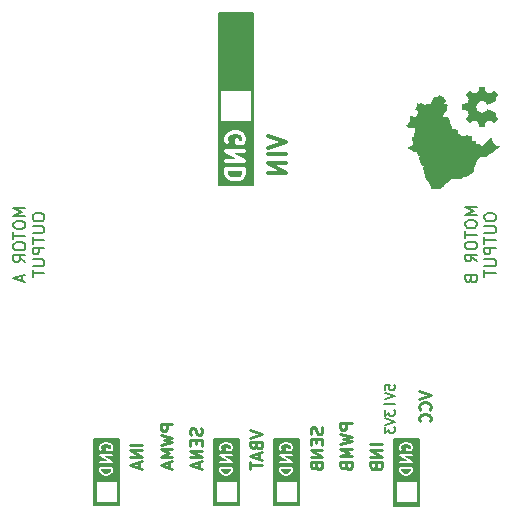
<source format=gbr>
%TF.GenerationSoftware,KiCad,Pcbnew,7.0.1*%
%TF.CreationDate,2023-08-21T19:33:12-03:00*%
%TF.ProjectId,L298P_Breakout,4c323938-505f-4427-9265-616b6f75742e,rev?*%
%TF.SameCoordinates,Original*%
%TF.FileFunction,Legend,Bot*%
%TF.FilePolarity,Positive*%
%FSLAX46Y46*%
G04 Gerber Fmt 4.6, Leading zero omitted, Abs format (unit mm)*
G04 Created by KiCad (PCBNEW 7.0.1) date 2023-08-21 19:33:12*
%MOMM*%
%LPD*%
G01*
G04 APERTURE LIST*
G04 Aperture macros list*
%AMFreePoly0*
4,1,19,0.550000,-0.750000,0.000000,-0.750000,0.000000,-0.744911,-0.071157,-0.744911,-0.207708,-0.704816,-0.327430,-0.627875,-0.420627,-0.520320,-0.479746,-0.390866,-0.500000,-0.250000,-0.500000,0.250000,-0.479746,0.390866,-0.420627,0.520320,-0.327430,0.627875,-0.207708,0.704816,-0.071157,0.744911,0.000000,0.744911,0.000000,0.750000,0.550000,0.750000,0.550000,-0.750000,0.550000,-0.750000,
$1*%
%AMFreePoly1*
4,1,19,0.000000,0.744911,0.071157,0.744911,0.207708,0.704816,0.327430,0.627875,0.420627,0.520320,0.479746,0.390866,0.500000,0.250000,0.500000,-0.250000,0.479746,-0.390866,0.420627,-0.520320,0.327430,-0.627875,0.207708,-0.704816,0.071157,-0.744911,0.000000,-0.744911,0.000000,-0.750000,-0.550000,-0.750000,-0.550000,0.750000,0.000000,0.750000,0.000000,0.744911,0.000000,0.744911,
$1*%
G04 Aperture macros list end*
%ADD10C,0.150000*%
%ADD11C,0.200000*%
%ADD12C,0.250000*%
%ADD13C,0.350000*%
%ADD14C,2.700000*%
%ADD15C,2.500000*%
%ADD16R,2.500000X2.500000*%
%ADD17R,1.700000X1.700000*%
%ADD18O,1.700000X1.700000*%
%ADD19FreePoly0,90.000000*%
%ADD20R,1.500000X1.000000*%
%ADD21FreePoly1,90.000000*%
G04 APERTURE END LIST*
D10*
X136225000Y-115200000D02*
X138325000Y-115200000D01*
X138325000Y-120850000D01*
X136225000Y-120850000D01*
X136225000Y-115200000D01*
G36*
X136225000Y-115200000D02*
G01*
X138325000Y-115200000D01*
X138325000Y-120850000D01*
X136225000Y-120850000D01*
X136225000Y-115200000D01*
G37*
X161700000Y-112300000D02*
X160800000Y-112300000D01*
X146800000Y-79125000D02*
X149700000Y-79125000D01*
X149700000Y-93750000D01*
X146800000Y-93750000D01*
X146800000Y-79125000D01*
G36*
X146800000Y-79125000D02*
G01*
X149700000Y-79125000D01*
X149700000Y-93750000D01*
X146800000Y-93750000D01*
X146800000Y-79125000D01*
G37*
X146425000Y-115200000D02*
X148525000Y-115200000D01*
X148525000Y-120850000D01*
X146425000Y-120850000D01*
X146425000Y-115200000D01*
G36*
X146425000Y-115200000D02*
G01*
X148525000Y-115200000D01*
X148525000Y-120850000D01*
X146425000Y-120850000D01*
X146425000Y-115200000D01*
G37*
X161650000Y-115249600D02*
X163750000Y-115249600D01*
X163750000Y-120875000D01*
X161650000Y-120875000D01*
X161650000Y-115249600D01*
G36*
X161650000Y-115249600D02*
G01*
X163750000Y-115249600D01*
X163750000Y-120875000D01*
X161650000Y-120875000D01*
X161650000Y-115249600D01*
G37*
X151500000Y-115200000D02*
X153600000Y-115200000D01*
X153600000Y-120850000D01*
X151500000Y-120850000D01*
X151500000Y-115200000D01*
G36*
X151500000Y-115200000D02*
G01*
X153600000Y-115200000D01*
X153600000Y-120850000D01*
X151500000Y-120850000D01*
X151500000Y-115200000D01*
G37*
D11*
X160870095Y-112759523D02*
X160870095Y-113254761D01*
X160870095Y-113254761D02*
X161174857Y-112988095D01*
X161174857Y-112988095D02*
X161174857Y-113102380D01*
X161174857Y-113102380D02*
X161212952Y-113178571D01*
X161212952Y-113178571D02*
X161251047Y-113216666D01*
X161251047Y-113216666D02*
X161327238Y-113254761D01*
X161327238Y-113254761D02*
X161517714Y-113254761D01*
X161517714Y-113254761D02*
X161593904Y-113216666D01*
X161593904Y-113216666D02*
X161632000Y-113178571D01*
X161632000Y-113178571D02*
X161670095Y-113102380D01*
X161670095Y-113102380D02*
X161670095Y-112873809D01*
X161670095Y-112873809D02*
X161632000Y-112797618D01*
X161632000Y-112797618D02*
X161593904Y-112759523D01*
X160870095Y-113483333D02*
X161670095Y-113750000D01*
X161670095Y-113750000D02*
X160870095Y-114016666D01*
X160870095Y-114207142D02*
X160870095Y-114702380D01*
X160870095Y-114702380D02*
X161174857Y-114435714D01*
X161174857Y-114435714D02*
X161174857Y-114549999D01*
X161174857Y-114549999D02*
X161212952Y-114626190D01*
X161212952Y-114626190D02*
X161251047Y-114664285D01*
X161251047Y-114664285D02*
X161327238Y-114702380D01*
X161327238Y-114702380D02*
X161517714Y-114702380D01*
X161517714Y-114702380D02*
X161593904Y-114664285D01*
X161593904Y-114664285D02*
X161632000Y-114626190D01*
X161632000Y-114626190D02*
X161670095Y-114549999D01*
X161670095Y-114549999D02*
X161670095Y-114321428D01*
X161670095Y-114321428D02*
X161632000Y-114245237D01*
X161632000Y-114245237D02*
X161593904Y-114207142D01*
D12*
X160612619Y-115676191D02*
X159612619Y-115676191D01*
X160612619Y-116152381D02*
X159612619Y-116152381D01*
X159612619Y-116152381D02*
X160612619Y-116723809D01*
X160612619Y-116723809D02*
X159612619Y-116723809D01*
X160088809Y-117533333D02*
X160136428Y-117676190D01*
X160136428Y-117676190D02*
X160184047Y-117723809D01*
X160184047Y-117723809D02*
X160279285Y-117771428D01*
X160279285Y-117771428D02*
X160422142Y-117771428D01*
X160422142Y-117771428D02*
X160517380Y-117723809D01*
X160517380Y-117723809D02*
X160565000Y-117676190D01*
X160565000Y-117676190D02*
X160612619Y-117580952D01*
X160612619Y-117580952D02*
X160612619Y-117200000D01*
X160612619Y-117200000D02*
X159612619Y-117200000D01*
X159612619Y-117200000D02*
X159612619Y-117533333D01*
X159612619Y-117533333D02*
X159660238Y-117628571D01*
X159660238Y-117628571D02*
X159707857Y-117676190D01*
X159707857Y-117676190D02*
X159803095Y-117723809D01*
X159803095Y-117723809D02*
X159898333Y-117723809D01*
X159898333Y-117723809D02*
X159993571Y-117676190D01*
X159993571Y-117676190D02*
X160041190Y-117628571D01*
X160041190Y-117628571D02*
X160088809Y-117533333D01*
X160088809Y-117533333D02*
X160088809Y-117200000D01*
D13*
X150943928Y-89607143D02*
X152443928Y-90107143D01*
X152443928Y-90107143D02*
X150943928Y-90607143D01*
X152443928Y-91107142D02*
X150943928Y-91107142D01*
X152443928Y-91821428D02*
X150943928Y-91821428D01*
X150943928Y-91821428D02*
X152443928Y-92678571D01*
X152443928Y-92678571D02*
X150943928Y-92678571D01*
D12*
X163762619Y-111166667D02*
X164762619Y-111500000D01*
X164762619Y-111500000D02*
X163762619Y-111833333D01*
X164667380Y-112738095D02*
X164715000Y-112690476D01*
X164715000Y-112690476D02*
X164762619Y-112547619D01*
X164762619Y-112547619D02*
X164762619Y-112452381D01*
X164762619Y-112452381D02*
X164715000Y-112309524D01*
X164715000Y-112309524D02*
X164619761Y-112214286D01*
X164619761Y-112214286D02*
X164524523Y-112166667D01*
X164524523Y-112166667D02*
X164334047Y-112119048D01*
X164334047Y-112119048D02*
X164191190Y-112119048D01*
X164191190Y-112119048D02*
X164000714Y-112166667D01*
X164000714Y-112166667D02*
X163905476Y-112214286D01*
X163905476Y-112214286D02*
X163810238Y-112309524D01*
X163810238Y-112309524D02*
X163762619Y-112452381D01*
X163762619Y-112452381D02*
X163762619Y-112547619D01*
X163762619Y-112547619D02*
X163810238Y-112690476D01*
X163810238Y-112690476D02*
X163857857Y-112738095D01*
X164667380Y-113738095D02*
X164715000Y-113690476D01*
X164715000Y-113690476D02*
X164762619Y-113547619D01*
X164762619Y-113547619D02*
X164762619Y-113452381D01*
X164762619Y-113452381D02*
X164715000Y-113309524D01*
X164715000Y-113309524D02*
X164619761Y-113214286D01*
X164619761Y-113214286D02*
X164524523Y-113166667D01*
X164524523Y-113166667D02*
X164334047Y-113119048D01*
X164334047Y-113119048D02*
X164191190Y-113119048D01*
X164191190Y-113119048D02*
X164000714Y-113166667D01*
X164000714Y-113166667D02*
X163905476Y-113214286D01*
X163905476Y-113214286D02*
X163810238Y-113309524D01*
X163810238Y-113309524D02*
X163762619Y-113452381D01*
X163762619Y-113452381D02*
X163762619Y-113547619D01*
X163762619Y-113547619D02*
X163810238Y-113690476D01*
X163810238Y-113690476D02*
X163857857Y-113738095D01*
D11*
X136810238Y-116138095D02*
X136762619Y-116042857D01*
X136762619Y-116042857D02*
X136762619Y-115900000D01*
X136762619Y-115900000D02*
X136810238Y-115757143D01*
X136810238Y-115757143D02*
X136905476Y-115661905D01*
X136905476Y-115661905D02*
X137000714Y-115614286D01*
X137000714Y-115614286D02*
X137191190Y-115566667D01*
X137191190Y-115566667D02*
X137334047Y-115566667D01*
X137334047Y-115566667D02*
X137524523Y-115614286D01*
X137524523Y-115614286D02*
X137619761Y-115661905D01*
X137619761Y-115661905D02*
X137715000Y-115757143D01*
X137715000Y-115757143D02*
X137762619Y-115900000D01*
X137762619Y-115900000D02*
X137762619Y-115995238D01*
X137762619Y-115995238D02*
X137715000Y-116138095D01*
X137715000Y-116138095D02*
X137667380Y-116185714D01*
X137667380Y-116185714D02*
X137334047Y-116185714D01*
X137334047Y-116185714D02*
X137334047Y-115995238D01*
X137762619Y-116614286D02*
X136762619Y-116614286D01*
X136762619Y-116614286D02*
X137762619Y-117185714D01*
X137762619Y-117185714D02*
X136762619Y-117185714D01*
X137762619Y-117661905D02*
X136762619Y-117661905D01*
X136762619Y-117661905D02*
X136762619Y-117900000D01*
X136762619Y-117900000D02*
X136810238Y-118042857D01*
X136810238Y-118042857D02*
X136905476Y-118138095D01*
X136905476Y-118138095D02*
X137000714Y-118185714D01*
X137000714Y-118185714D02*
X137191190Y-118233333D01*
X137191190Y-118233333D02*
X137334047Y-118233333D01*
X137334047Y-118233333D02*
X137524523Y-118185714D01*
X137524523Y-118185714D02*
X137619761Y-118138095D01*
X137619761Y-118138095D02*
X137715000Y-118042857D01*
X137715000Y-118042857D02*
X137762619Y-117900000D01*
X137762619Y-117900000D02*
X137762619Y-117661905D01*
D12*
X142862619Y-113966667D02*
X141862619Y-113966667D01*
X141862619Y-113966667D02*
X141862619Y-114347619D01*
X141862619Y-114347619D02*
X141910238Y-114442857D01*
X141910238Y-114442857D02*
X141957857Y-114490476D01*
X141957857Y-114490476D02*
X142053095Y-114538095D01*
X142053095Y-114538095D02*
X142195952Y-114538095D01*
X142195952Y-114538095D02*
X142291190Y-114490476D01*
X142291190Y-114490476D02*
X142338809Y-114442857D01*
X142338809Y-114442857D02*
X142386428Y-114347619D01*
X142386428Y-114347619D02*
X142386428Y-113966667D01*
X141862619Y-114871429D02*
X142862619Y-115109524D01*
X142862619Y-115109524D02*
X142148333Y-115300000D01*
X142148333Y-115300000D02*
X142862619Y-115490476D01*
X142862619Y-115490476D02*
X141862619Y-115728572D01*
X142862619Y-116109524D02*
X141862619Y-116109524D01*
X141862619Y-116109524D02*
X142576904Y-116442857D01*
X142576904Y-116442857D02*
X141862619Y-116776190D01*
X141862619Y-116776190D02*
X142862619Y-116776190D01*
X142576904Y-117204762D02*
X142576904Y-117680952D01*
X142862619Y-117109524D02*
X141862619Y-117442857D01*
X141862619Y-117442857D02*
X142862619Y-117776190D01*
X158062619Y-113895238D02*
X157062619Y-113895238D01*
X157062619Y-113895238D02*
X157062619Y-114276190D01*
X157062619Y-114276190D02*
X157110238Y-114371428D01*
X157110238Y-114371428D02*
X157157857Y-114419047D01*
X157157857Y-114419047D02*
X157253095Y-114466666D01*
X157253095Y-114466666D02*
X157395952Y-114466666D01*
X157395952Y-114466666D02*
X157491190Y-114419047D01*
X157491190Y-114419047D02*
X157538809Y-114371428D01*
X157538809Y-114371428D02*
X157586428Y-114276190D01*
X157586428Y-114276190D02*
X157586428Y-113895238D01*
X157062619Y-114800000D02*
X158062619Y-115038095D01*
X158062619Y-115038095D02*
X157348333Y-115228571D01*
X157348333Y-115228571D02*
X158062619Y-115419047D01*
X158062619Y-115419047D02*
X157062619Y-115657143D01*
X158062619Y-116038095D02*
X157062619Y-116038095D01*
X157062619Y-116038095D02*
X157776904Y-116371428D01*
X157776904Y-116371428D02*
X157062619Y-116704761D01*
X157062619Y-116704761D02*
X158062619Y-116704761D01*
X157538809Y-117514285D02*
X157586428Y-117657142D01*
X157586428Y-117657142D02*
X157634047Y-117704761D01*
X157634047Y-117704761D02*
X157729285Y-117752380D01*
X157729285Y-117752380D02*
X157872142Y-117752380D01*
X157872142Y-117752380D02*
X157967380Y-117704761D01*
X157967380Y-117704761D02*
X158015000Y-117657142D01*
X158015000Y-117657142D02*
X158062619Y-117561904D01*
X158062619Y-117561904D02*
X158062619Y-117180952D01*
X158062619Y-117180952D02*
X157062619Y-117180952D01*
X157062619Y-117180952D02*
X157062619Y-117514285D01*
X157062619Y-117514285D02*
X157110238Y-117609523D01*
X157110238Y-117609523D02*
X157157857Y-117657142D01*
X157157857Y-117657142D02*
X157253095Y-117704761D01*
X157253095Y-117704761D02*
X157348333Y-117704761D01*
X157348333Y-117704761D02*
X157443571Y-117657142D01*
X157443571Y-117657142D02*
X157491190Y-117609523D01*
X157491190Y-117609523D02*
X157538809Y-117514285D01*
X157538809Y-117514285D02*
X157538809Y-117180952D01*
D11*
X168652619Y-95607143D02*
X167652619Y-95607143D01*
X167652619Y-95607143D02*
X168366904Y-95940476D01*
X168366904Y-95940476D02*
X167652619Y-96273809D01*
X167652619Y-96273809D02*
X168652619Y-96273809D01*
X167652619Y-96940476D02*
X167652619Y-97130952D01*
X167652619Y-97130952D02*
X167700238Y-97226190D01*
X167700238Y-97226190D02*
X167795476Y-97321428D01*
X167795476Y-97321428D02*
X167985952Y-97369047D01*
X167985952Y-97369047D02*
X168319285Y-97369047D01*
X168319285Y-97369047D02*
X168509761Y-97321428D01*
X168509761Y-97321428D02*
X168605000Y-97226190D01*
X168605000Y-97226190D02*
X168652619Y-97130952D01*
X168652619Y-97130952D02*
X168652619Y-96940476D01*
X168652619Y-96940476D02*
X168605000Y-96845238D01*
X168605000Y-96845238D02*
X168509761Y-96750000D01*
X168509761Y-96750000D02*
X168319285Y-96702381D01*
X168319285Y-96702381D02*
X167985952Y-96702381D01*
X167985952Y-96702381D02*
X167795476Y-96750000D01*
X167795476Y-96750000D02*
X167700238Y-96845238D01*
X167700238Y-96845238D02*
X167652619Y-96940476D01*
X167652619Y-97654762D02*
X167652619Y-98226190D01*
X168652619Y-97940476D02*
X167652619Y-97940476D01*
X167652619Y-98750000D02*
X167652619Y-98940476D01*
X167652619Y-98940476D02*
X167700238Y-99035714D01*
X167700238Y-99035714D02*
X167795476Y-99130952D01*
X167795476Y-99130952D02*
X167985952Y-99178571D01*
X167985952Y-99178571D02*
X168319285Y-99178571D01*
X168319285Y-99178571D02*
X168509761Y-99130952D01*
X168509761Y-99130952D02*
X168605000Y-99035714D01*
X168605000Y-99035714D02*
X168652619Y-98940476D01*
X168652619Y-98940476D02*
X168652619Y-98750000D01*
X168652619Y-98750000D02*
X168605000Y-98654762D01*
X168605000Y-98654762D02*
X168509761Y-98559524D01*
X168509761Y-98559524D02*
X168319285Y-98511905D01*
X168319285Y-98511905D02*
X167985952Y-98511905D01*
X167985952Y-98511905D02*
X167795476Y-98559524D01*
X167795476Y-98559524D02*
X167700238Y-98654762D01*
X167700238Y-98654762D02*
X167652619Y-98750000D01*
X168652619Y-100178571D02*
X168176428Y-99845238D01*
X168652619Y-99607143D02*
X167652619Y-99607143D01*
X167652619Y-99607143D02*
X167652619Y-99988095D01*
X167652619Y-99988095D02*
X167700238Y-100083333D01*
X167700238Y-100083333D02*
X167747857Y-100130952D01*
X167747857Y-100130952D02*
X167843095Y-100178571D01*
X167843095Y-100178571D02*
X167985952Y-100178571D01*
X167985952Y-100178571D02*
X168081190Y-100130952D01*
X168081190Y-100130952D02*
X168128809Y-100083333D01*
X168128809Y-100083333D02*
X168176428Y-99988095D01*
X168176428Y-99988095D02*
X168176428Y-99607143D01*
X168128809Y-101702381D02*
X168176428Y-101845238D01*
X168176428Y-101845238D02*
X168224047Y-101892857D01*
X168224047Y-101892857D02*
X168319285Y-101940476D01*
X168319285Y-101940476D02*
X168462142Y-101940476D01*
X168462142Y-101940476D02*
X168557380Y-101892857D01*
X168557380Y-101892857D02*
X168605000Y-101845238D01*
X168605000Y-101845238D02*
X168652619Y-101750000D01*
X168652619Y-101750000D02*
X168652619Y-101369048D01*
X168652619Y-101369048D02*
X167652619Y-101369048D01*
X167652619Y-101369048D02*
X167652619Y-101702381D01*
X167652619Y-101702381D02*
X167700238Y-101797619D01*
X167700238Y-101797619D02*
X167747857Y-101845238D01*
X167747857Y-101845238D02*
X167843095Y-101892857D01*
X167843095Y-101892857D02*
X167938333Y-101892857D01*
X167938333Y-101892857D02*
X168033571Y-101845238D01*
X168033571Y-101845238D02*
X168081190Y-101797619D01*
X168081190Y-101797619D02*
X168128809Y-101702381D01*
X168128809Y-101702381D02*
X168128809Y-101369048D01*
X169272619Y-96345238D02*
X169272619Y-96535714D01*
X169272619Y-96535714D02*
X169320238Y-96630952D01*
X169320238Y-96630952D02*
X169415476Y-96726190D01*
X169415476Y-96726190D02*
X169605952Y-96773809D01*
X169605952Y-96773809D02*
X169939285Y-96773809D01*
X169939285Y-96773809D02*
X170129761Y-96726190D01*
X170129761Y-96726190D02*
X170225000Y-96630952D01*
X170225000Y-96630952D02*
X170272619Y-96535714D01*
X170272619Y-96535714D02*
X170272619Y-96345238D01*
X170272619Y-96345238D02*
X170225000Y-96250000D01*
X170225000Y-96250000D02*
X170129761Y-96154762D01*
X170129761Y-96154762D02*
X169939285Y-96107143D01*
X169939285Y-96107143D02*
X169605952Y-96107143D01*
X169605952Y-96107143D02*
X169415476Y-96154762D01*
X169415476Y-96154762D02*
X169320238Y-96250000D01*
X169320238Y-96250000D02*
X169272619Y-96345238D01*
X169272619Y-97202381D02*
X170082142Y-97202381D01*
X170082142Y-97202381D02*
X170177380Y-97250000D01*
X170177380Y-97250000D02*
X170225000Y-97297619D01*
X170225000Y-97297619D02*
X170272619Y-97392857D01*
X170272619Y-97392857D02*
X170272619Y-97583333D01*
X170272619Y-97583333D02*
X170225000Y-97678571D01*
X170225000Y-97678571D02*
X170177380Y-97726190D01*
X170177380Y-97726190D02*
X170082142Y-97773809D01*
X170082142Y-97773809D02*
X169272619Y-97773809D01*
X169272619Y-98107143D02*
X169272619Y-98678571D01*
X170272619Y-98392857D02*
X169272619Y-98392857D01*
X170272619Y-99011905D02*
X169272619Y-99011905D01*
X169272619Y-99011905D02*
X169272619Y-99392857D01*
X169272619Y-99392857D02*
X169320238Y-99488095D01*
X169320238Y-99488095D02*
X169367857Y-99535714D01*
X169367857Y-99535714D02*
X169463095Y-99583333D01*
X169463095Y-99583333D02*
X169605952Y-99583333D01*
X169605952Y-99583333D02*
X169701190Y-99535714D01*
X169701190Y-99535714D02*
X169748809Y-99488095D01*
X169748809Y-99488095D02*
X169796428Y-99392857D01*
X169796428Y-99392857D02*
X169796428Y-99011905D01*
X169272619Y-100011905D02*
X170082142Y-100011905D01*
X170082142Y-100011905D02*
X170177380Y-100059524D01*
X170177380Y-100059524D02*
X170225000Y-100107143D01*
X170225000Y-100107143D02*
X170272619Y-100202381D01*
X170272619Y-100202381D02*
X170272619Y-100392857D01*
X170272619Y-100392857D02*
X170225000Y-100488095D01*
X170225000Y-100488095D02*
X170177380Y-100535714D01*
X170177380Y-100535714D02*
X170082142Y-100583333D01*
X170082142Y-100583333D02*
X169272619Y-100583333D01*
X169272619Y-100916667D02*
X169272619Y-101488095D01*
X170272619Y-101202381D02*
X169272619Y-101202381D01*
D12*
X140312619Y-115697619D02*
X139312619Y-115697619D01*
X140312619Y-116173809D02*
X139312619Y-116173809D01*
X139312619Y-116173809D02*
X140312619Y-116745237D01*
X140312619Y-116745237D02*
X139312619Y-116745237D01*
X140026904Y-117173809D02*
X140026904Y-117649999D01*
X140312619Y-117078571D02*
X139312619Y-117411904D01*
X139312619Y-117411904D02*
X140312619Y-117745237D01*
D11*
X130402619Y-95678571D02*
X129402619Y-95678571D01*
X129402619Y-95678571D02*
X130116904Y-96011904D01*
X130116904Y-96011904D02*
X129402619Y-96345237D01*
X129402619Y-96345237D02*
X130402619Y-96345237D01*
X129402619Y-97011904D02*
X129402619Y-97202380D01*
X129402619Y-97202380D02*
X129450238Y-97297618D01*
X129450238Y-97297618D02*
X129545476Y-97392856D01*
X129545476Y-97392856D02*
X129735952Y-97440475D01*
X129735952Y-97440475D02*
X130069285Y-97440475D01*
X130069285Y-97440475D02*
X130259761Y-97392856D01*
X130259761Y-97392856D02*
X130355000Y-97297618D01*
X130355000Y-97297618D02*
X130402619Y-97202380D01*
X130402619Y-97202380D02*
X130402619Y-97011904D01*
X130402619Y-97011904D02*
X130355000Y-96916666D01*
X130355000Y-96916666D02*
X130259761Y-96821428D01*
X130259761Y-96821428D02*
X130069285Y-96773809D01*
X130069285Y-96773809D02*
X129735952Y-96773809D01*
X129735952Y-96773809D02*
X129545476Y-96821428D01*
X129545476Y-96821428D02*
X129450238Y-96916666D01*
X129450238Y-96916666D02*
X129402619Y-97011904D01*
X129402619Y-97726190D02*
X129402619Y-98297618D01*
X130402619Y-98011904D02*
X129402619Y-98011904D01*
X129402619Y-98821428D02*
X129402619Y-99011904D01*
X129402619Y-99011904D02*
X129450238Y-99107142D01*
X129450238Y-99107142D02*
X129545476Y-99202380D01*
X129545476Y-99202380D02*
X129735952Y-99249999D01*
X129735952Y-99249999D02*
X130069285Y-99249999D01*
X130069285Y-99249999D02*
X130259761Y-99202380D01*
X130259761Y-99202380D02*
X130355000Y-99107142D01*
X130355000Y-99107142D02*
X130402619Y-99011904D01*
X130402619Y-99011904D02*
X130402619Y-98821428D01*
X130402619Y-98821428D02*
X130355000Y-98726190D01*
X130355000Y-98726190D02*
X130259761Y-98630952D01*
X130259761Y-98630952D02*
X130069285Y-98583333D01*
X130069285Y-98583333D02*
X129735952Y-98583333D01*
X129735952Y-98583333D02*
X129545476Y-98630952D01*
X129545476Y-98630952D02*
X129450238Y-98726190D01*
X129450238Y-98726190D02*
X129402619Y-98821428D01*
X130402619Y-100249999D02*
X129926428Y-99916666D01*
X130402619Y-99678571D02*
X129402619Y-99678571D01*
X129402619Y-99678571D02*
X129402619Y-100059523D01*
X129402619Y-100059523D02*
X129450238Y-100154761D01*
X129450238Y-100154761D02*
X129497857Y-100202380D01*
X129497857Y-100202380D02*
X129593095Y-100249999D01*
X129593095Y-100249999D02*
X129735952Y-100249999D01*
X129735952Y-100249999D02*
X129831190Y-100202380D01*
X129831190Y-100202380D02*
X129878809Y-100154761D01*
X129878809Y-100154761D02*
X129926428Y-100059523D01*
X129926428Y-100059523D02*
X129926428Y-99678571D01*
X130116904Y-101392857D02*
X130116904Y-101869047D01*
X130402619Y-101297619D02*
X129402619Y-101630952D01*
X129402619Y-101630952D02*
X130402619Y-101964285D01*
X131022619Y-96345238D02*
X131022619Y-96535714D01*
X131022619Y-96535714D02*
X131070238Y-96630952D01*
X131070238Y-96630952D02*
X131165476Y-96726190D01*
X131165476Y-96726190D02*
X131355952Y-96773809D01*
X131355952Y-96773809D02*
X131689285Y-96773809D01*
X131689285Y-96773809D02*
X131879761Y-96726190D01*
X131879761Y-96726190D02*
X131975000Y-96630952D01*
X131975000Y-96630952D02*
X132022619Y-96535714D01*
X132022619Y-96535714D02*
X132022619Y-96345238D01*
X132022619Y-96345238D02*
X131975000Y-96250000D01*
X131975000Y-96250000D02*
X131879761Y-96154762D01*
X131879761Y-96154762D02*
X131689285Y-96107143D01*
X131689285Y-96107143D02*
X131355952Y-96107143D01*
X131355952Y-96107143D02*
X131165476Y-96154762D01*
X131165476Y-96154762D02*
X131070238Y-96250000D01*
X131070238Y-96250000D02*
X131022619Y-96345238D01*
X131022619Y-97202381D02*
X131832142Y-97202381D01*
X131832142Y-97202381D02*
X131927380Y-97250000D01*
X131927380Y-97250000D02*
X131975000Y-97297619D01*
X131975000Y-97297619D02*
X132022619Y-97392857D01*
X132022619Y-97392857D02*
X132022619Y-97583333D01*
X132022619Y-97583333D02*
X131975000Y-97678571D01*
X131975000Y-97678571D02*
X131927380Y-97726190D01*
X131927380Y-97726190D02*
X131832142Y-97773809D01*
X131832142Y-97773809D02*
X131022619Y-97773809D01*
X131022619Y-98107143D02*
X131022619Y-98678571D01*
X132022619Y-98392857D02*
X131022619Y-98392857D01*
X132022619Y-99011905D02*
X131022619Y-99011905D01*
X131022619Y-99011905D02*
X131022619Y-99392857D01*
X131022619Y-99392857D02*
X131070238Y-99488095D01*
X131070238Y-99488095D02*
X131117857Y-99535714D01*
X131117857Y-99535714D02*
X131213095Y-99583333D01*
X131213095Y-99583333D02*
X131355952Y-99583333D01*
X131355952Y-99583333D02*
X131451190Y-99535714D01*
X131451190Y-99535714D02*
X131498809Y-99488095D01*
X131498809Y-99488095D02*
X131546428Y-99392857D01*
X131546428Y-99392857D02*
X131546428Y-99011905D01*
X131022619Y-100011905D02*
X131832142Y-100011905D01*
X131832142Y-100011905D02*
X131927380Y-100059524D01*
X131927380Y-100059524D02*
X131975000Y-100107143D01*
X131975000Y-100107143D02*
X132022619Y-100202381D01*
X132022619Y-100202381D02*
X132022619Y-100392857D01*
X132022619Y-100392857D02*
X131975000Y-100488095D01*
X131975000Y-100488095D02*
X131927380Y-100535714D01*
X131927380Y-100535714D02*
X131832142Y-100583333D01*
X131832142Y-100583333D02*
X131022619Y-100583333D01*
X131022619Y-100916667D02*
X131022619Y-101488095D01*
X132022619Y-101202381D02*
X131022619Y-101202381D01*
D12*
X149462619Y-114457143D02*
X150462619Y-114790476D01*
X150462619Y-114790476D02*
X149462619Y-115123809D01*
X149938809Y-115790476D02*
X149986428Y-115933333D01*
X149986428Y-115933333D02*
X150034047Y-115980952D01*
X150034047Y-115980952D02*
X150129285Y-116028571D01*
X150129285Y-116028571D02*
X150272142Y-116028571D01*
X150272142Y-116028571D02*
X150367380Y-115980952D01*
X150367380Y-115980952D02*
X150415000Y-115933333D01*
X150415000Y-115933333D02*
X150462619Y-115838095D01*
X150462619Y-115838095D02*
X150462619Y-115457143D01*
X150462619Y-115457143D02*
X149462619Y-115457143D01*
X149462619Y-115457143D02*
X149462619Y-115790476D01*
X149462619Y-115790476D02*
X149510238Y-115885714D01*
X149510238Y-115885714D02*
X149557857Y-115933333D01*
X149557857Y-115933333D02*
X149653095Y-115980952D01*
X149653095Y-115980952D02*
X149748333Y-115980952D01*
X149748333Y-115980952D02*
X149843571Y-115933333D01*
X149843571Y-115933333D02*
X149891190Y-115885714D01*
X149891190Y-115885714D02*
X149938809Y-115790476D01*
X149938809Y-115790476D02*
X149938809Y-115457143D01*
X150176904Y-116409524D02*
X150176904Y-116885714D01*
X150462619Y-116314286D02*
X149462619Y-116647619D01*
X149462619Y-116647619D02*
X150462619Y-116980952D01*
X149462619Y-117171429D02*
X149462619Y-117742857D01*
X150462619Y-117457143D02*
X149462619Y-117457143D01*
X145315000Y-114309524D02*
X145362619Y-114452381D01*
X145362619Y-114452381D02*
X145362619Y-114690476D01*
X145362619Y-114690476D02*
X145315000Y-114785714D01*
X145315000Y-114785714D02*
X145267380Y-114833333D01*
X145267380Y-114833333D02*
X145172142Y-114880952D01*
X145172142Y-114880952D02*
X145076904Y-114880952D01*
X145076904Y-114880952D02*
X144981666Y-114833333D01*
X144981666Y-114833333D02*
X144934047Y-114785714D01*
X144934047Y-114785714D02*
X144886428Y-114690476D01*
X144886428Y-114690476D02*
X144838809Y-114500000D01*
X144838809Y-114500000D02*
X144791190Y-114404762D01*
X144791190Y-114404762D02*
X144743571Y-114357143D01*
X144743571Y-114357143D02*
X144648333Y-114309524D01*
X144648333Y-114309524D02*
X144553095Y-114309524D01*
X144553095Y-114309524D02*
X144457857Y-114357143D01*
X144457857Y-114357143D02*
X144410238Y-114404762D01*
X144410238Y-114404762D02*
X144362619Y-114500000D01*
X144362619Y-114500000D02*
X144362619Y-114738095D01*
X144362619Y-114738095D02*
X144410238Y-114880952D01*
X144838809Y-115309524D02*
X144838809Y-115642857D01*
X145362619Y-115785714D02*
X145362619Y-115309524D01*
X145362619Y-115309524D02*
X144362619Y-115309524D01*
X144362619Y-115309524D02*
X144362619Y-115785714D01*
X145362619Y-116214286D02*
X144362619Y-116214286D01*
X144362619Y-116214286D02*
X145362619Y-116785714D01*
X145362619Y-116785714D02*
X144362619Y-116785714D01*
X145076904Y-117214286D02*
X145076904Y-117690476D01*
X145362619Y-117119048D02*
X144362619Y-117452381D01*
X144362619Y-117452381D02*
X145362619Y-117785714D01*
X155515000Y-114238095D02*
X155562619Y-114380952D01*
X155562619Y-114380952D02*
X155562619Y-114619047D01*
X155562619Y-114619047D02*
X155515000Y-114714285D01*
X155515000Y-114714285D02*
X155467380Y-114761904D01*
X155467380Y-114761904D02*
X155372142Y-114809523D01*
X155372142Y-114809523D02*
X155276904Y-114809523D01*
X155276904Y-114809523D02*
X155181666Y-114761904D01*
X155181666Y-114761904D02*
X155134047Y-114714285D01*
X155134047Y-114714285D02*
X155086428Y-114619047D01*
X155086428Y-114619047D02*
X155038809Y-114428571D01*
X155038809Y-114428571D02*
X154991190Y-114333333D01*
X154991190Y-114333333D02*
X154943571Y-114285714D01*
X154943571Y-114285714D02*
X154848333Y-114238095D01*
X154848333Y-114238095D02*
X154753095Y-114238095D01*
X154753095Y-114238095D02*
X154657857Y-114285714D01*
X154657857Y-114285714D02*
X154610238Y-114333333D01*
X154610238Y-114333333D02*
X154562619Y-114428571D01*
X154562619Y-114428571D02*
X154562619Y-114666666D01*
X154562619Y-114666666D02*
X154610238Y-114809523D01*
X155038809Y-115238095D02*
X155038809Y-115571428D01*
X155562619Y-115714285D02*
X155562619Y-115238095D01*
X155562619Y-115238095D02*
X154562619Y-115238095D01*
X154562619Y-115238095D02*
X154562619Y-115714285D01*
X155562619Y-116142857D02*
X154562619Y-116142857D01*
X154562619Y-116142857D02*
X155562619Y-116714285D01*
X155562619Y-116714285D02*
X154562619Y-116714285D01*
X155038809Y-117523809D02*
X155086428Y-117666666D01*
X155086428Y-117666666D02*
X155134047Y-117714285D01*
X155134047Y-117714285D02*
X155229285Y-117761904D01*
X155229285Y-117761904D02*
X155372142Y-117761904D01*
X155372142Y-117761904D02*
X155467380Y-117714285D01*
X155467380Y-117714285D02*
X155515000Y-117666666D01*
X155515000Y-117666666D02*
X155562619Y-117571428D01*
X155562619Y-117571428D02*
X155562619Y-117190476D01*
X155562619Y-117190476D02*
X154562619Y-117190476D01*
X154562619Y-117190476D02*
X154562619Y-117523809D01*
X154562619Y-117523809D02*
X154610238Y-117619047D01*
X154610238Y-117619047D02*
X154657857Y-117666666D01*
X154657857Y-117666666D02*
X154753095Y-117714285D01*
X154753095Y-117714285D02*
X154848333Y-117714285D01*
X154848333Y-117714285D02*
X154943571Y-117666666D01*
X154943571Y-117666666D02*
X154991190Y-117619047D01*
X154991190Y-117619047D02*
X155038809Y-117523809D01*
X155038809Y-117523809D02*
X155038809Y-117190476D01*
D11*
X160870095Y-111047619D02*
X160870095Y-110666667D01*
X160870095Y-110666667D02*
X161251047Y-110628571D01*
X161251047Y-110628571D02*
X161212952Y-110666667D01*
X161212952Y-110666667D02*
X161174857Y-110742857D01*
X161174857Y-110742857D02*
X161174857Y-110933333D01*
X161174857Y-110933333D02*
X161212952Y-111009524D01*
X161212952Y-111009524D02*
X161251047Y-111047619D01*
X161251047Y-111047619D02*
X161327238Y-111085714D01*
X161327238Y-111085714D02*
X161517714Y-111085714D01*
X161517714Y-111085714D02*
X161593904Y-111047619D01*
X161593904Y-111047619D02*
X161632000Y-111009524D01*
X161632000Y-111009524D02*
X161670095Y-110933333D01*
X161670095Y-110933333D02*
X161670095Y-110742857D01*
X161670095Y-110742857D02*
X161632000Y-110666667D01*
X161632000Y-110666667D02*
X161593904Y-110628571D01*
X160870095Y-111314286D02*
X161670095Y-111580953D01*
X161670095Y-111580953D02*
X160870095Y-111847619D01*
%TO.C,G\u002A\u002A\u002A*%
G36*
X165528000Y-86101296D02*
G01*
X165558498Y-86116486D01*
X165598433Y-86144231D01*
X165641865Y-86179807D01*
X165682857Y-86218488D01*
X165715469Y-86255548D01*
X165719697Y-86261051D01*
X165756814Y-86303785D01*
X165788121Y-86325614D01*
X165818904Y-86328826D01*
X165854445Y-86315708D01*
X165879617Y-86303860D01*
X165894380Y-86302858D01*
X165902262Y-86315064D01*
X165905252Y-86335303D01*
X165901655Y-86368301D01*
X165899292Y-86380808D01*
X165902878Y-86435784D01*
X165924627Y-86489161D01*
X165960530Y-86529925D01*
X165974724Y-86540807D01*
X165991781Y-86559495D01*
X165996391Y-86582611D01*
X165992261Y-86620769D01*
X165975796Y-86684339D01*
X165942426Y-86744315D01*
X165888407Y-86805009D01*
X165872319Y-86821010D01*
X165850390Y-86844856D01*
X165841791Y-86857404D01*
X165846715Y-86859499D01*
X165872408Y-86862642D01*
X165915121Y-86865191D01*
X165969248Y-86866734D01*
X165999776Y-86867588D01*
X166057328Y-86871186D01*
X166104779Y-86876657D01*
X166134106Y-86883198D01*
X166155979Y-86893552D01*
X166166055Y-86909790D01*
X166162309Y-86939935D01*
X166162291Y-86940019D01*
X166158043Y-86969474D01*
X166153278Y-87018256D01*
X166148575Y-87079603D01*
X166144518Y-87146755D01*
X166142338Y-87186628D01*
X166138231Y-87244948D01*
X166133131Y-87285980D01*
X166125848Y-87315505D01*
X166115193Y-87339302D01*
X166099974Y-87363155D01*
X166089276Y-87379674D01*
X166071179Y-87414359D01*
X166064024Y-87439013D01*
X166058443Y-87452293D01*
X166037214Y-87481412D01*
X166003827Y-87519744D01*
X165962228Y-87562500D01*
X165926466Y-87598069D01*
X165890392Y-87637262D01*
X165866320Y-87670126D01*
X165849801Y-87703020D01*
X165836383Y-87742303D01*
X165826143Y-87780687D01*
X165815494Y-87832605D01*
X165810722Y-87873029D01*
X165809109Y-87923418D01*
X165881008Y-87925682D01*
X165881683Y-87925704D01*
X165932069Y-87928421D01*
X165994765Y-87933292D01*
X166056362Y-87939279D01*
X166159816Y-87950611D01*
X166231305Y-88028522D01*
X166273528Y-88077937D01*
X166320150Y-88148016D01*
X166343851Y-88210820D01*
X166345401Y-88267968D01*
X166342554Y-88307855D01*
X166349051Y-88365898D01*
X166365561Y-88418121D01*
X166389734Y-88454633D01*
X166407586Y-88479675D01*
X166416984Y-88514204D01*
X166416984Y-88514217D01*
X166423259Y-88542651D01*
X166439696Y-88584319D01*
X166462738Y-88630204D01*
X166473608Y-88650128D01*
X166495247Y-88697220D01*
X166505745Y-88739168D01*
X166508492Y-88787629D01*
X166510649Y-88833061D01*
X166520772Y-88873898D01*
X166542315Y-88912044D01*
X166542856Y-88912825D01*
X166563354Y-88939423D01*
X166584041Y-88954982D01*
X166613552Y-88963729D01*
X166660522Y-88969887D01*
X166701162Y-88972923D01*
X166755199Y-88973653D01*
X166797061Y-88970584D01*
X166828316Y-88967383D01*
X166854740Y-88973481D01*
X166878794Y-88994159D01*
X166892891Y-89006832D01*
X166930256Y-89025233D01*
X166986224Y-89037125D01*
X167015077Y-89040604D01*
X167036378Y-89044092D01*
X167050610Y-89051252D01*
X167058826Y-89065828D01*
X167062079Y-89091562D01*
X167061420Y-89132200D01*
X167057904Y-89191485D01*
X167052581Y-89273160D01*
X167043401Y-89420227D01*
X167123375Y-89420227D01*
X167158397Y-89420506D01*
X167185279Y-89423518D01*
X167207769Y-89432583D01*
X167231363Y-89451025D01*
X167261558Y-89482165D01*
X167303848Y-89529325D01*
X167341838Y-89558550D01*
X167402942Y-89578188D01*
X167477879Y-89581152D01*
X167563157Y-89567368D01*
X167655285Y-89536760D01*
X167674072Y-89529879D01*
X167706274Y-89526266D01*
X167744456Y-89536319D01*
X167774196Y-89545472D01*
X167796225Y-89544728D01*
X167816040Y-89531080D01*
X167826737Y-89522160D01*
X167842797Y-89515564D01*
X167865349Y-89518424D01*
X167903348Y-89530703D01*
X167915118Y-89534346D01*
X167963898Y-89545086D01*
X168024884Y-89554280D01*
X168087635Y-89560253D01*
X168109818Y-89561731D01*
X168161704Y-89566461D01*
X168194959Y-89572657D01*
X168215230Y-89581716D01*
X168228165Y-89595037D01*
X168231179Y-89600305D01*
X168240635Y-89634629D01*
X168246040Y-89684138D01*
X168247412Y-89740626D01*
X168244772Y-89795886D01*
X168238137Y-89841714D01*
X168227526Y-89869903D01*
X168218779Y-89883250D01*
X168216506Y-89902742D01*
X168229714Y-89930226D01*
X168231934Y-89933888D01*
X168259761Y-89966925D01*
X168298872Y-89990952D01*
X168354186Y-90008187D01*
X168430620Y-90020848D01*
X168448334Y-90023043D01*
X168498472Y-90028961D01*
X168537085Y-90033087D01*
X168556972Y-90034638D01*
X168574835Y-90044342D01*
X168595300Y-90068130D01*
X168597388Y-90071339D01*
X168609405Y-90094525D01*
X168608794Y-90115566D01*
X168595601Y-90147009D01*
X168579123Y-90186957D01*
X168575054Y-90220560D01*
X168589541Y-90242530D01*
X168623811Y-90257686D01*
X168629065Y-90259209D01*
X168663986Y-90265444D01*
X168701064Y-90262756D01*
X168751268Y-90250530D01*
X168786870Y-90241208D01*
X168833928Y-90231095D01*
X168868090Y-90226314D01*
X168878457Y-90225897D01*
X168898310Y-90229097D01*
X168907318Y-90244363D01*
X168911278Y-90278730D01*
X168912055Y-90288057D01*
X168919225Y-90324060D01*
X168936007Y-90347436D01*
X168967885Y-90363068D01*
X169020346Y-90375840D01*
X169044632Y-90379814D01*
X169119947Y-90380094D01*
X169185217Y-90361895D01*
X169235140Y-90326437D01*
X169252281Y-90305181D01*
X169279983Y-90264908D01*
X169307200Y-90220088D01*
X169307813Y-90219007D01*
X169338737Y-90171723D01*
X169379705Y-90118145D01*
X169422021Y-90069665D01*
X169423663Y-90067955D01*
X169454364Y-90038709D01*
X169498215Y-90000221D01*
X169551534Y-89955391D01*
X169610643Y-89907123D01*
X169671860Y-89858318D01*
X169731508Y-89811879D01*
X169785906Y-89770708D01*
X169831374Y-89737707D01*
X169864233Y-89715778D01*
X169880803Y-89707823D01*
X169885798Y-89715451D01*
X169888309Y-89744228D01*
X169886234Y-89789527D01*
X169884954Y-89804584D01*
X169883110Y-89844412D01*
X169887953Y-89871269D01*
X169902801Y-89895336D01*
X169930969Y-89926789D01*
X169942434Y-89938656D01*
X169983127Y-89971677D01*
X170016966Y-89982347D01*
X170024084Y-89982598D01*
X170046104Y-89991198D01*
X170049747Y-90014113D01*
X170035747Y-90054157D01*
X170033347Y-90059589D01*
X170027981Y-90081241D01*
X170036356Y-90100225D01*
X170061892Y-90125934D01*
X170071920Y-90135607D01*
X170094454Y-90162283D01*
X170103448Y-90181257D01*
X170104788Y-90187505D01*
X170117964Y-90212731D01*
X170140659Y-90244088D01*
X170149026Y-90254551D01*
X170175148Y-90290010D01*
X170193083Y-90318356D01*
X170208393Y-90337196D01*
X170240287Y-90365611D01*
X170280134Y-90394842D01*
X170301260Y-90408734D01*
X170333827Y-90427644D01*
X170361578Y-90436435D01*
X170394780Y-90437520D01*
X170443702Y-90433314D01*
X170491625Y-90429819D01*
X170532268Y-90431485D01*
X170554746Y-90440131D01*
X170565350Y-90450962D01*
X170572447Y-90475554D01*
X170558579Y-90505799D01*
X170522718Y-90545067D01*
X170516079Y-90551202D01*
X170462434Y-90591400D01*
X170390365Y-90631337D01*
X170296162Y-90673112D01*
X170279069Y-90683550D01*
X170247733Y-90712682D01*
X170217818Y-90750129D01*
X170176331Y-90807192D01*
X170131463Y-90857994D01*
X170080928Y-90902533D01*
X170019957Y-90944485D01*
X169943779Y-90987525D01*
X169847625Y-91035328D01*
X169836415Y-91040689D01*
X169757154Y-91079633D01*
X169697090Y-91111646D01*
X169651783Y-91139422D01*
X169616796Y-91165653D01*
X169587690Y-91193034D01*
X169558657Y-91224668D01*
X169536666Y-91251367D01*
X169528255Y-91265462D01*
X169526356Y-91272624D01*
X169504355Y-91289685D01*
X169459613Y-91304163D01*
X169394531Y-91315703D01*
X169311509Y-91323945D01*
X169212947Y-91328532D01*
X169101244Y-91329107D01*
X168955293Y-91327180D01*
X168861914Y-91415269D01*
X168819510Y-91456732D01*
X168730681Y-91555170D01*
X168658801Y-91652429D01*
X168605472Y-91745870D01*
X168572299Y-91832853D01*
X168560885Y-91910740D01*
X168559120Y-91943981D01*
X168549554Y-91970949D01*
X168527865Y-91990410D01*
X168494290Y-92016549D01*
X168467317Y-92050223D01*
X168447714Y-92094632D01*
X168433264Y-92154910D01*
X168421751Y-92236189D01*
X168416913Y-92283870D01*
X168412543Y-92345404D01*
X168410993Y-92396555D01*
X168412630Y-92429564D01*
X168416410Y-92461665D01*
X168412917Y-92521883D01*
X168391587Y-92565999D01*
X168351300Y-92597077D01*
X168314060Y-92622609D01*
X168273894Y-92674108D01*
X168253035Y-92711498D01*
X168225669Y-92744498D01*
X168191887Y-92763034D01*
X168143701Y-92773184D01*
X168143172Y-92773257D01*
X168111674Y-92779288D01*
X168080447Y-92789756D01*
X168045309Y-92806980D01*
X168002073Y-92833281D01*
X167946557Y-92870978D01*
X167874575Y-92922391D01*
X167808762Y-92967744D01*
X167726063Y-93016149D01*
X167656934Y-93044805D01*
X167600051Y-93054346D01*
X167553633Y-93057244D01*
X167471496Y-93079482D01*
X167399312Y-93124725D01*
X167381585Y-93138794D01*
X167349026Y-93158253D01*
X167311345Y-93169535D01*
X167258033Y-93176492D01*
X167210101Y-93182756D01*
X167140567Y-93195679D01*
X167077559Y-93211050D01*
X167071243Y-93212858D01*
X167030682Y-93223843D01*
X166994703Y-93231582D01*
X166958194Y-93236351D01*
X166916040Y-93238429D01*
X166863128Y-93238092D01*
X166794346Y-93235618D01*
X166704580Y-93231285D01*
X166680841Y-93230112D01*
X166594760Y-93227005D01*
X166529176Y-93228014D01*
X166479601Y-93234595D01*
X166441546Y-93248202D01*
X166410523Y-93270291D01*
X166382044Y-93302318D01*
X166351621Y-93345737D01*
X166336244Y-93368279D01*
X166309396Y-93403248D01*
X166279770Y-93434366D01*
X166243313Y-93464876D01*
X166195974Y-93498021D01*
X166133702Y-93537043D01*
X166052444Y-93585186D01*
X165995457Y-93621463D01*
X165936933Y-93666265D01*
X165895573Y-93707376D01*
X165877487Y-93728894D01*
X165823850Y-93787097D01*
X165761966Y-93848299D01*
X165696910Y-93907950D01*
X165633758Y-93961497D01*
X165577583Y-94004392D01*
X165533460Y-94032083D01*
X165531434Y-94033098D01*
X165484452Y-94051370D01*
X165421642Y-94069425D01*
X165352675Y-94085054D01*
X165287226Y-94096050D01*
X165234965Y-94100206D01*
X165230598Y-94100084D01*
X165192853Y-94094806D01*
X165141855Y-94083293D01*
X165087348Y-94067692D01*
X165079472Y-94065223D01*
X165023448Y-94049920D01*
X164971242Y-94039012D01*
X164933247Y-94034723D01*
X164906126Y-94032403D01*
X164848156Y-94017266D01*
X164793730Y-93991988D01*
X164754142Y-93961203D01*
X164741309Y-93937491D01*
X164731885Y-93894477D01*
X164726143Y-93829419D01*
X164725258Y-93813835D01*
X164721554Y-93770015D01*
X164714826Y-93733681D01*
X164702692Y-93699047D01*
X164682766Y-93660322D01*
X164652666Y-93611720D01*
X164610008Y-93547453D01*
X164598641Y-93531257D01*
X164561711Y-93483217D01*
X164516840Y-93429127D01*
X164471316Y-93377898D01*
X164414333Y-93311718D01*
X164331396Y-93191839D01*
X164270721Y-93068886D01*
X164233467Y-92945418D01*
X164220792Y-92823997D01*
X164220032Y-92802536D01*
X164213162Y-92746408D01*
X164201463Y-92697713D01*
X164192180Y-92665695D01*
X164179716Y-92610863D01*
X164170013Y-92555189D01*
X164162266Y-92513010D01*
X164148817Y-92462366D01*
X164134331Y-92425381D01*
X164116601Y-92376261D01*
X164109898Y-92303755D01*
X164120174Y-92227050D01*
X164147036Y-92154529D01*
X164183163Y-92084765D01*
X164152956Y-92095702D01*
X164130639Y-92102551D01*
X164065137Y-92107930D01*
X164007606Y-92090932D01*
X163961986Y-92053324D01*
X163932218Y-91996869D01*
X163928220Y-91985166D01*
X163912459Y-91944495D01*
X163890555Y-91892096D01*
X163865968Y-91836350D01*
X163851305Y-91802356D01*
X163820007Y-91718591D01*
X163792330Y-91629925D01*
X163770190Y-91543482D01*
X163755501Y-91466381D01*
X163750180Y-91405745D01*
X163750471Y-91384187D01*
X163754993Y-91353094D01*
X163769388Y-91332254D01*
X163799202Y-91310941D01*
X163808315Y-91304921D01*
X163841181Y-91280187D01*
X163870391Y-91254308D01*
X163891736Y-91231628D01*
X163901002Y-91216488D01*
X163893978Y-91213230D01*
X163878832Y-91217588D01*
X163843859Y-91228567D01*
X163800616Y-91242730D01*
X163756305Y-91255414D01*
X163715175Y-91259295D01*
X163691983Y-91248088D01*
X163684507Y-91221383D01*
X163680493Y-91195663D01*
X163665221Y-91147718D01*
X163641413Y-91090345D01*
X163612129Y-91030756D01*
X163580429Y-90976162D01*
X163558160Y-90945044D01*
X163519988Y-90909624D01*
X163483977Y-90899992D01*
X163450369Y-90916259D01*
X163444928Y-90920649D01*
X163412832Y-90932952D01*
X163363211Y-90934149D01*
X163348084Y-90933039D01*
X163319113Y-90928206D01*
X163296627Y-90916555D01*
X163273394Y-90893272D01*
X163242183Y-90853539D01*
X163209986Y-90813485D01*
X163171733Y-90775219D01*
X163129106Y-90745685D01*
X163075035Y-90720180D01*
X163002448Y-90693996D01*
X162978712Y-90685780D01*
X162897629Y-90651830D01*
X162838740Y-90616493D01*
X162804012Y-90580893D01*
X162800166Y-90565599D01*
X162812119Y-90536541D01*
X162843020Y-90503913D01*
X162889169Y-90470273D01*
X162946865Y-90438175D01*
X163012407Y-90410177D01*
X163082094Y-90388834D01*
X163128054Y-90376453D01*
X163158350Y-90363270D01*
X163178743Y-90344725D01*
X163197300Y-90315698D01*
X163202128Y-90306828D01*
X163222809Y-90252779D01*
X163224363Y-90208403D01*
X163206535Y-90177495D01*
X163196495Y-90165063D01*
X163191476Y-90140858D01*
X163195347Y-90102540D01*
X163208173Y-90044895D01*
X163209090Y-90040608D01*
X163206812Y-89997069D01*
X163186912Y-89936613D01*
X163178284Y-89915139D01*
X163166126Y-89876556D01*
X163164106Y-89845516D01*
X163170824Y-89811078D01*
X163177906Y-89763764D01*
X163174428Y-89711881D01*
X163168005Y-89673050D01*
X163172681Y-89644586D01*
X163193645Y-89633176D01*
X163233677Y-89635220D01*
X163288644Y-89643463D01*
X163297197Y-89512952D01*
X163297688Y-89505671D01*
X163305131Y-89430179D01*
X163315845Y-89376119D01*
X163330650Y-89339239D01*
X163333494Y-89334144D01*
X163351839Y-89297427D01*
X163374627Y-89247563D01*
X163397593Y-89193814D01*
X163421669Y-89125397D01*
X163433280Y-89057448D01*
X163426303Y-89000830D01*
X163400790Y-88951757D01*
X163386498Y-88933633D01*
X163371353Y-88919215D01*
X163350032Y-88905509D01*
X163316627Y-88888742D01*
X163265233Y-88865139D01*
X163245453Y-88856503D01*
X163191807Y-88838629D01*
X163142625Y-88834127D01*
X163088934Y-88843002D01*
X163021758Y-88865259D01*
X162974562Y-88880753D01*
X162931424Y-88890393D01*
X162903815Y-88891157D01*
X162894357Y-88887063D01*
X162867419Y-88864734D01*
X162841480Y-88831714D01*
X162841116Y-88831138D01*
X162817230Y-88798417D01*
X162794589Y-88783325D01*
X162763971Y-88779671D01*
X162731289Y-88775373D01*
X162692606Y-88751554D01*
X162670482Y-88707601D01*
X162667978Y-88695945D01*
X162669402Y-88669465D01*
X162687713Y-88651124D01*
X162727433Y-88635174D01*
X162773175Y-88616354D01*
X162809489Y-88586898D01*
X162828210Y-88546671D01*
X162832136Y-88535020D01*
X162850720Y-88499108D01*
X162876600Y-88461610D01*
X162888168Y-88445367D01*
X162915171Y-88395551D01*
X162934117Y-88344588D01*
X162940391Y-88323286D01*
X162961298Y-88266018D01*
X162984947Y-88213706D01*
X162996482Y-88191076D01*
X163009878Y-88159821D01*
X163015455Y-88131625D01*
X163013230Y-88099479D01*
X163003218Y-88056379D01*
X162985435Y-87995317D01*
X162972060Y-87946943D01*
X162958236Y-87881419D01*
X162953142Y-87830637D01*
X162957012Y-87797812D01*
X162970083Y-87786156D01*
X162981284Y-87789460D01*
X163006660Y-87808760D01*
X163031851Y-87838048D01*
X163048839Y-87868900D01*
X163052370Y-87876804D01*
X163067467Y-87887073D01*
X163097746Y-87883938D01*
X163129824Y-87880145D01*
X163183406Y-87882761D01*
X163234555Y-87893465D01*
X163271611Y-87910477D01*
X163281605Y-87921047D01*
X163301251Y-87953534D01*
X163318632Y-87994864D01*
X163340928Y-88060726D01*
X163451728Y-87952854D01*
X163455247Y-87949422D01*
X163508230Y-87895621D01*
X163544941Y-87852780D01*
X163569301Y-87815810D01*
X163585233Y-87779620D01*
X163599025Y-87740653D01*
X163619874Y-87683103D01*
X163640642Y-87626921D01*
X163673345Y-87539586D01*
X163639863Y-87476691D01*
X163627065Y-87451412D01*
X163612181Y-87417576D01*
X163606382Y-87397600D01*
X163596485Y-87384308D01*
X163570432Y-87373556D01*
X163556640Y-87370367D01*
X163486737Y-87346216D01*
X163441633Y-87314062D01*
X163431990Y-87302519D01*
X163427629Y-87288367D01*
X163437267Y-87271058D01*
X163463215Y-87242993D01*
X163477014Y-87228472D01*
X163495448Y-87204996D01*
X163498779Y-87187729D01*
X163489865Y-87168707D01*
X163480955Y-87148556D01*
X163483679Y-87136177D01*
X163501826Y-87128128D01*
X163517376Y-87113461D01*
X163527103Y-87088593D01*
X163532895Y-87048210D01*
X163536637Y-86986997D01*
X163537858Y-86962218D01*
X163541405Y-86903699D01*
X163545291Y-86853849D01*
X163548872Y-86821396D01*
X163553534Y-86797352D01*
X163562826Y-86784391D01*
X163583710Y-86780604D01*
X163623438Y-86782178D01*
X163691353Y-86786104D01*
X163686999Y-86843488D01*
X163686273Y-86856722D01*
X163690560Y-86896397D01*
X163707541Y-86914735D01*
X163738648Y-86913679D01*
X163738997Y-86913585D01*
X163759526Y-86896053D01*
X163771675Y-86855688D01*
X163772857Y-86849165D01*
X163785544Y-86807722D01*
X163802909Y-86775780D01*
X163804834Y-86773413D01*
X163818643Y-86759155D01*
X163834294Y-86753764D01*
X163859593Y-86756529D01*
X163902347Y-86766742D01*
X163905620Y-86767577D01*
X163951697Y-86782050D01*
X163979285Y-86798543D01*
X163995530Y-86821235D01*
X164003337Y-86833930D01*
X164034371Y-86860241D01*
X164087119Y-86884833D01*
X164097246Y-86888656D01*
X164122700Y-86897471D01*
X164147015Y-86903482D01*
X164174730Y-86906874D01*
X164210382Y-86907831D01*
X164258510Y-86906536D01*
X164323651Y-86903173D01*
X164410344Y-86897926D01*
X164487334Y-86892901D01*
X164565238Y-86887288D01*
X164633157Y-86881858D01*
X164685719Y-86877043D01*
X164717550Y-86873274D01*
X164776376Y-86863998D01*
X164772102Y-86797836D01*
X164771905Y-86794690D01*
X164771997Y-86751431D01*
X164781112Y-86720704D01*
X164802768Y-86690152D01*
X164810034Y-86680600D01*
X164835403Y-86632087D01*
X164853294Y-86573568D01*
X164861697Y-86541712D01*
X164890278Y-86474739D01*
X164937012Y-86397788D01*
X164954709Y-86371944D01*
X164984025Y-86332292D01*
X165007088Y-86308181D01*
X165028825Y-86294997D01*
X165054167Y-86288128D01*
X165056910Y-86287601D01*
X165100504Y-86274057D01*
X165137890Y-86254854D01*
X165164653Y-86239431D01*
X165207568Y-86232088D01*
X165247758Y-86249713D01*
X165253379Y-86253796D01*
X165287525Y-86268607D01*
X165313263Y-86258774D01*
X165332000Y-86223864D01*
X165333011Y-86220846D01*
X165355910Y-86172858D01*
X165386571Y-86146842D01*
X165429338Y-86139012D01*
X165430339Y-86139007D01*
X165465094Y-86133102D01*
X165488831Y-86119403D01*
X165499874Y-86108873D01*
X165519732Y-86099795D01*
X165528000Y-86101296D01*
G37*
G36*
X169148895Y-85384253D02*
G01*
X169190870Y-85384729D01*
X169228861Y-85385469D01*
X169261340Y-85386476D01*
X169286777Y-85387752D01*
X169303644Y-85389299D01*
X169310413Y-85391120D01*
X169310470Y-85391225D01*
X169312532Y-85398865D01*
X169316416Y-85416563D01*
X169321861Y-85443008D01*
X169328606Y-85476893D01*
X169336391Y-85516908D01*
X169344954Y-85561745D01*
X169354035Y-85610095D01*
X169354411Y-85612113D01*
X169363612Y-85660557D01*
X169372443Y-85705404D01*
X169380622Y-85745345D01*
X169387870Y-85779073D01*
X169393904Y-85805278D01*
X169398445Y-85822653D01*
X169401212Y-85829889D01*
X169403428Y-85831305D01*
X169415342Y-85837085D01*
X169436040Y-85846260D01*
X169464154Y-85858251D01*
X169498315Y-85872479D01*
X169537154Y-85888363D01*
X169579303Y-85905324D01*
X169619241Y-85921203D01*
X169660427Y-85937341D01*
X169692870Y-85949681D01*
X169717675Y-85958596D01*
X169735950Y-85964463D01*
X169748801Y-85967657D01*
X169757335Y-85968553D01*
X169762659Y-85967527D01*
X169768946Y-85963825D01*
X169784069Y-85954100D01*
X169806541Y-85939263D01*
X169835180Y-85920109D01*
X169868802Y-85897429D01*
X169906221Y-85872015D01*
X169946254Y-85844660D01*
X169982546Y-85819889D01*
X170019614Y-85794806D01*
X170052746Y-85772616D01*
X170080816Y-85754062D01*
X170102698Y-85739888D01*
X170117265Y-85730838D01*
X170123391Y-85727656D01*
X170124053Y-85727938D01*
X170131449Y-85733943D01*
X170145873Y-85747088D01*
X170166404Y-85766491D01*
X170192122Y-85791266D01*
X170222109Y-85820530D01*
X170255443Y-85853397D01*
X170291205Y-85888984D01*
X170300765Y-85898551D01*
X170335741Y-85933751D01*
X170367764Y-85966288D01*
X170395949Y-85995239D01*
X170419411Y-86019686D01*
X170437265Y-86038708D01*
X170448626Y-86051385D01*
X170452610Y-86056798D01*
X170449923Y-86062093D01*
X170441322Y-86076016D01*
X170427530Y-86097343D01*
X170409291Y-86124950D01*
X170387349Y-86157712D01*
X170362447Y-86194502D01*
X170335331Y-86234195D01*
X170310876Y-86270026D01*
X170285448Y-86307724D01*
X170262814Y-86341746D01*
X170243741Y-86370916D01*
X170228996Y-86394060D01*
X170219348Y-86410000D01*
X170215565Y-86417563D01*
X170217029Y-86427083D01*
X170224204Y-86445989D01*
X170236784Y-86472836D01*
X170254341Y-86506643D01*
X170260965Y-86519081D01*
X170274636Y-86545714D01*
X170285626Y-86568459D01*
X170292945Y-86585223D01*
X170295605Y-86593913D01*
X170294827Y-86597251D01*
X170287901Y-86604599D01*
X170272639Y-86613424D01*
X170247631Y-86624630D01*
X170209838Y-86640425D01*
X170128227Y-86674432D01*
X170049076Y-86707278D01*
X169973075Y-86738683D01*
X169900912Y-86768370D01*
X169833275Y-86796059D01*
X169770853Y-86821471D01*
X169714333Y-86844328D01*
X169664405Y-86864351D01*
X169621756Y-86881260D01*
X169587075Y-86894778D01*
X169561050Y-86904625D01*
X169544370Y-86910523D01*
X169537722Y-86912192D01*
X169534235Y-86909435D01*
X169524686Y-86898508D01*
X169511723Y-86881497D01*
X169497119Y-86860656D01*
X169469174Y-86821412D01*
X169428269Y-86772508D01*
X169385551Y-86732081D01*
X169339025Y-86698320D01*
X169286699Y-86669415D01*
X169280411Y-86666411D01*
X169228252Y-86645261D01*
X169176474Y-86631735D01*
X169121540Y-86625134D01*
X169059913Y-86624764D01*
X169032326Y-86626108D01*
X168997440Y-86629189D01*
X168968925Y-86633879D01*
X168943613Y-86640607D01*
X168935133Y-86643387D01*
X168864927Y-86672856D01*
X168801288Y-86711360D01*
X168744913Y-86758129D01*
X168696502Y-86812396D01*
X168656753Y-86873388D01*
X168626365Y-86940338D01*
X168606037Y-87012474D01*
X168603044Y-87029926D01*
X168598853Y-87079934D01*
X168599534Y-87133611D01*
X168604894Y-87186131D01*
X168614743Y-87232670D01*
X168620709Y-87251929D01*
X168649145Y-87319634D01*
X168687064Y-87381792D01*
X168733478Y-87437481D01*
X168787399Y-87485781D01*
X168847838Y-87525771D01*
X168913807Y-87556529D01*
X168984318Y-87577134D01*
X168984397Y-87577150D01*
X169021619Y-87582271D01*
X169065556Y-87584129D01*
X169111809Y-87582847D01*
X169155977Y-87578545D01*
X169193659Y-87571346D01*
X169194171Y-87571212D01*
X169258848Y-87550009D01*
X169317840Y-87521403D01*
X169372221Y-87484548D01*
X169423066Y-87438600D01*
X169471448Y-87382716D01*
X169518442Y-87316050D01*
X169526439Y-87304641D01*
X169536599Y-87294939D01*
X169545645Y-87293627D01*
X169548715Y-87294727D01*
X169561876Y-87299902D01*
X169584333Y-87308941D01*
X169615183Y-87321473D01*
X169653525Y-87337131D01*
X169698459Y-87355545D01*
X169749082Y-87376346D01*
X169804494Y-87399165D01*
X169863792Y-87423633D01*
X169926076Y-87449381D01*
X169965112Y-87465546D01*
X170033762Y-87494052D01*
X170092659Y-87518641D01*
X170142480Y-87539613D01*
X170183902Y-87557268D01*
X170217602Y-87571908D01*
X170244259Y-87583831D01*
X170264550Y-87593340D01*
X170279153Y-87600733D01*
X170288744Y-87606312D01*
X170294002Y-87610377D01*
X170295605Y-87613228D01*
X170295144Y-87615725D01*
X170290459Y-87628091D01*
X170281525Y-87647632D01*
X170269340Y-87672228D01*
X170254899Y-87699758D01*
X170248748Y-87711298D01*
X170235124Y-87737786D01*
X170224160Y-87760408D01*
X170216852Y-87777064D01*
X170214194Y-87785653D01*
X170217170Y-87792281D01*
X170226063Y-87807436D01*
X170240135Y-87829893D01*
X170258647Y-87858507D01*
X170280856Y-87892133D01*
X170306021Y-87929626D01*
X170333402Y-87969841D01*
X170359971Y-88008810D01*
X170385197Y-88046241D01*
X170407494Y-88079770D01*
X170426123Y-88108266D01*
X170440345Y-88130596D01*
X170449421Y-88145630D01*
X170452610Y-88152237D01*
X170448740Y-88158433D01*
X170437538Y-88171636D01*
X170420102Y-88190700D01*
X170397533Y-88214532D01*
X170370932Y-88242036D01*
X170341397Y-88272117D01*
X170310030Y-88303681D01*
X170277930Y-88335632D01*
X170246198Y-88366876D01*
X170215934Y-88396317D01*
X170188238Y-88422860D01*
X170164211Y-88445411D01*
X170144951Y-88462875D01*
X170131560Y-88474156D01*
X170125138Y-88478160D01*
X170118494Y-88475232D01*
X170103302Y-88466370D01*
X170080818Y-88452312D01*
X170052190Y-88433801D01*
X170018568Y-88411581D01*
X169981102Y-88386395D01*
X169940942Y-88358988D01*
X169902567Y-88332672D01*
X169865133Y-88307132D01*
X169831594Y-88284381D01*
X169803085Y-88265184D01*
X169780740Y-88250305D01*
X169765696Y-88240508D01*
X169759085Y-88236557D01*
X169756751Y-88236727D01*
X169744833Y-88240079D01*
X169724542Y-88246925D01*
X169697460Y-88256647D01*
X169665170Y-88268627D01*
X169629255Y-88282248D01*
X169591298Y-88296891D01*
X169552881Y-88311939D01*
X169515587Y-88326775D01*
X169481000Y-88340781D01*
X169450701Y-88353339D01*
X169426273Y-88363832D01*
X169409300Y-88371642D01*
X169401365Y-88376151D01*
X169401272Y-88376248D01*
X169398448Y-88383907D01*
X169393861Y-88401633D01*
X169387794Y-88428111D01*
X169380527Y-88462031D01*
X169372343Y-88502079D01*
X169363522Y-88546943D01*
X169354347Y-88595310D01*
X169353849Y-88597978D01*
X169344783Y-88646175D01*
X169336241Y-88690799D01*
X169328486Y-88730539D01*
X169321779Y-88764084D01*
X169316384Y-88790123D01*
X169312561Y-88807345D01*
X169310572Y-88814439D01*
X169310153Y-88814801D01*
X169301396Y-88816618D01*
X169282821Y-88818161D01*
X169255956Y-88819432D01*
X169222329Y-88820432D01*
X169183470Y-88821163D01*
X169140908Y-88821625D01*
X169096171Y-88821821D01*
X169050788Y-88821752D01*
X169006287Y-88821419D01*
X168964199Y-88820825D01*
X168926050Y-88819970D01*
X168893371Y-88818857D01*
X168867690Y-88817485D01*
X168850535Y-88815858D01*
X168843436Y-88813977D01*
X168843369Y-88813881D01*
X168840969Y-88806152D01*
X168836793Y-88788357D01*
X168831110Y-88761812D01*
X168824189Y-88727834D01*
X168816297Y-88687738D01*
X168807703Y-88642841D01*
X168798676Y-88594460D01*
X168798385Y-88592884D01*
X168789293Y-88544359D01*
X168780552Y-88499169D01*
X168772445Y-88458667D01*
X168765254Y-88424205D01*
X168759260Y-88397135D01*
X168754747Y-88378810D01*
X168751994Y-88370582D01*
X168747239Y-88366637D01*
X168731938Y-88357879D01*
X168707110Y-88345492D01*
X168673497Y-88329830D01*
X168631846Y-88311247D01*
X168582902Y-88290099D01*
X168556145Y-88278725D01*
X168513907Y-88260980D01*
X168480585Y-88247356D01*
X168455067Y-88237451D01*
X168436244Y-88230860D01*
X168423007Y-88227183D01*
X168414245Y-88226016D01*
X168408849Y-88226956D01*
X168408709Y-88227022D01*
X168400782Y-88231812D01*
X168384485Y-88242405D01*
X168360967Y-88258030D01*
X168331376Y-88277915D01*
X168296861Y-88301288D01*
X168258570Y-88327378D01*
X168217653Y-88355414D01*
X168214983Y-88357248D01*
X168174385Y-88384939D01*
X168136594Y-88410376D01*
X168102732Y-88432828D01*
X168073922Y-88451564D01*
X168051290Y-88465852D01*
X168035957Y-88474961D01*
X168029047Y-88478160D01*
X168022832Y-88474328D01*
X168009581Y-88463176D01*
X167990452Y-88445799D01*
X167966542Y-88423294D01*
X167938950Y-88396761D01*
X167908775Y-88367295D01*
X167877113Y-88335996D01*
X167845064Y-88303960D01*
X167813725Y-88272287D01*
X167784195Y-88242072D01*
X167757571Y-88214416D01*
X167734953Y-88190414D01*
X167717437Y-88171165D01*
X167706122Y-88157767D01*
X167702106Y-88151317D01*
X167702254Y-88150621D01*
X167706768Y-88141863D01*
X167717057Y-88124889D01*
X167732403Y-88100796D01*
X167752091Y-88070682D01*
X167775403Y-88035646D01*
X167801624Y-87996787D01*
X167830037Y-87955201D01*
X167835101Y-87947827D01*
X167872406Y-87893056D01*
X167903056Y-87847170D01*
X167926994Y-87810259D01*
X167944163Y-87782411D01*
X167954507Y-87763717D01*
X167957967Y-87754266D01*
X167957474Y-87751212D01*
X167953393Y-87737698D01*
X167945763Y-87716057D01*
X167935281Y-87688018D01*
X167922647Y-87655307D01*
X167908559Y-87619651D01*
X167893715Y-87582777D01*
X167878814Y-87546412D01*
X167864555Y-87512282D01*
X167851635Y-87482116D01*
X167840753Y-87457640D01*
X167832608Y-87440580D01*
X167827897Y-87432664D01*
X167827196Y-87432212D01*
X167817504Y-87429082D01*
X167797944Y-87424238D01*
X167769797Y-87417951D01*
X167734345Y-87410493D01*
X167692870Y-87402135D01*
X167646655Y-87393148D01*
X167596982Y-87383803D01*
X167585126Y-87381603D01*
X167536167Y-87372388D01*
X167490974Y-87363678D01*
X167450826Y-87355732D01*
X167417005Y-87348813D01*
X167390788Y-87343180D01*
X167373456Y-87339095D01*
X167366289Y-87336818D01*
X167364452Y-87333028D01*
X167362849Y-87323616D01*
X167361567Y-87307793D01*
X167360579Y-87284689D01*
X167359856Y-87253434D01*
X167359374Y-87213159D01*
X167359104Y-87162995D01*
X167359020Y-87102071D01*
X167359020Y-86872965D01*
X167372104Y-86867590D01*
X167372340Y-86867499D01*
X167381625Y-86865124D01*
X167400908Y-86860966D01*
X167428834Y-86855293D01*
X167464049Y-86848371D01*
X167505199Y-86840467D01*
X167550928Y-86831846D01*
X167599884Y-86822776D01*
X167628365Y-86817501D01*
X167682762Y-86807150D01*
X167729566Y-86797850D01*
X167768000Y-86789767D01*
X167797288Y-86783068D01*
X167816654Y-86777919D01*
X167825319Y-86774487D01*
X167827034Y-86772397D01*
X167833665Y-86760541D01*
X167843435Y-86740278D01*
X167855635Y-86713326D01*
X167869558Y-86681400D01*
X167884495Y-86646218D01*
X167899739Y-86609496D01*
X167914580Y-86572951D01*
X167928311Y-86538299D01*
X167940223Y-86507257D01*
X167949609Y-86481542D01*
X167955760Y-86462869D01*
X167957967Y-86452957D01*
X167957515Y-86450765D01*
X167951698Y-86438495D01*
X167939373Y-86417366D01*
X167920793Y-86387775D01*
X167896208Y-86350118D01*
X167865872Y-86304790D01*
X167830037Y-86252188D01*
X167823820Y-86243115D01*
X167795822Y-86201934D01*
X167770169Y-86163686D01*
X167747575Y-86129472D01*
X167728756Y-86100396D01*
X167714428Y-86077560D01*
X167705306Y-86062068D01*
X167702106Y-86055023D01*
X167705236Y-86049587D01*
X167716040Y-86036434D01*
X167733880Y-86016588D01*
X167758057Y-85990794D01*
X167787870Y-85959798D01*
X167822617Y-85924347D01*
X167861599Y-85885186D01*
X167888613Y-85858303D01*
X167927439Y-85819989D01*
X167959159Y-85789193D01*
X167984367Y-85765369D01*
X168003654Y-85747973D01*
X168017615Y-85736461D01*
X168026843Y-85730290D01*
X168031931Y-85728914D01*
X168032178Y-85728994D01*
X168040048Y-85733370D01*
X168056250Y-85743566D01*
X168079657Y-85758831D01*
X168109142Y-85778419D01*
X168143578Y-85801580D01*
X168181837Y-85827567D01*
X168222793Y-85855630D01*
X168226283Y-85858031D01*
X168267087Y-85885936D01*
X168305137Y-85911674D01*
X168339301Y-85934498D01*
X168368447Y-85953664D01*
X168391441Y-85968426D01*
X168407151Y-85978040D01*
X168414446Y-85981759D01*
X168421438Y-85980440D01*
X168437797Y-85975026D01*
X168461623Y-85966131D01*
X168491276Y-85954454D01*
X168525114Y-85940692D01*
X168561497Y-85925543D01*
X168598784Y-85909704D01*
X168635334Y-85893873D01*
X168669506Y-85878748D01*
X168699660Y-85865026D01*
X168724154Y-85853405D01*
X168741348Y-85844582D01*
X168749600Y-85839256D01*
X168751156Y-85836812D01*
X168755427Y-85824826D01*
X168761035Y-85803326D01*
X168768065Y-85771916D01*
X168776605Y-85730199D01*
X168786739Y-85677781D01*
X168798555Y-85614263D01*
X168799441Y-85609439D01*
X168808450Y-85560998D01*
X168816997Y-85516164D01*
X168824817Y-85476244D01*
X168831646Y-85442545D01*
X168837220Y-85416373D01*
X168841274Y-85399035D01*
X168843543Y-85391839D01*
X168844030Y-85391473D01*
X168853081Y-85389676D01*
X168871904Y-85388123D01*
X168898971Y-85386815D01*
X168932753Y-85385755D01*
X168971722Y-85384945D01*
X169014349Y-85384387D01*
X169059106Y-85384085D01*
X169104464Y-85384039D01*
X169148895Y-85384253D01*
G37*
%TD*%
%LPC*%
X136810238Y-116138095D02*
X136762619Y-116042857D01*
X136762619Y-116042857D02*
X136762619Y-115900000D01*
X136762619Y-115900000D02*
X136810238Y-115757143D01*
X136810238Y-115757143D02*
X136905476Y-115661905D01*
X136905476Y-115661905D02*
X137000714Y-115614286D01*
X137000714Y-115614286D02*
X137191190Y-115566667D01*
X137191190Y-115566667D02*
X137334047Y-115566667D01*
X137334047Y-115566667D02*
X137524523Y-115614286D01*
X137524523Y-115614286D02*
X137619761Y-115661905D01*
X137619761Y-115661905D02*
X137715000Y-115757143D01*
X137715000Y-115757143D02*
X137762619Y-115900000D01*
X137762619Y-115900000D02*
X137762619Y-115995238D01*
X137762619Y-115995238D02*
X137715000Y-116138095D01*
X137715000Y-116138095D02*
X137667380Y-116185714D01*
X137667380Y-116185714D02*
X137334047Y-116185714D01*
X137334047Y-116185714D02*
X137334047Y-115995238D01*
X137762619Y-116614286D02*
X136762619Y-116614286D01*
X136762619Y-116614286D02*
X137762619Y-117185714D01*
X137762619Y-117185714D02*
X136762619Y-117185714D01*
X137762619Y-117661905D02*
X136762619Y-117661905D01*
X136762619Y-117661905D02*
X136762619Y-117900000D01*
X136762619Y-117900000D02*
X136810238Y-118042857D01*
X136810238Y-118042857D02*
X136905476Y-118138095D01*
X136905476Y-118138095D02*
X137000714Y-118185714D01*
X137000714Y-118185714D02*
X137191190Y-118233333D01*
X137191190Y-118233333D02*
X137334047Y-118233333D01*
X137334047Y-118233333D02*
X137524523Y-118185714D01*
X137524523Y-118185714D02*
X137619761Y-118138095D01*
X137619761Y-118138095D02*
X137715000Y-118042857D01*
X137715000Y-118042857D02*
X137762619Y-117900000D01*
X137762619Y-117900000D02*
X137762619Y-117661905D01*
D13*
X147515357Y-90107143D02*
X147443928Y-89964286D01*
X147443928Y-89964286D02*
X147443928Y-89750000D01*
X147443928Y-89750000D02*
X147515357Y-89535714D01*
X147515357Y-89535714D02*
X147658214Y-89392857D01*
X147658214Y-89392857D02*
X147801071Y-89321428D01*
X147801071Y-89321428D02*
X148086785Y-89250000D01*
X148086785Y-89250000D02*
X148301071Y-89250000D01*
X148301071Y-89250000D02*
X148586785Y-89321428D01*
X148586785Y-89321428D02*
X148729642Y-89392857D01*
X148729642Y-89392857D02*
X148872500Y-89535714D01*
X148872500Y-89535714D02*
X148943928Y-89750000D01*
X148943928Y-89750000D02*
X148943928Y-89892857D01*
X148943928Y-89892857D02*
X148872500Y-90107143D01*
X148872500Y-90107143D02*
X148801071Y-90178571D01*
X148801071Y-90178571D02*
X148301071Y-90178571D01*
X148301071Y-90178571D02*
X148301071Y-89892857D01*
X148943928Y-90821428D02*
X147443928Y-90821428D01*
X147443928Y-90821428D02*
X148943928Y-91678571D01*
X148943928Y-91678571D02*
X147443928Y-91678571D01*
X148943928Y-92392857D02*
X147443928Y-92392857D01*
X147443928Y-92392857D02*
X147443928Y-92750000D01*
X147443928Y-92750000D02*
X147515357Y-92964286D01*
X147515357Y-92964286D02*
X147658214Y-93107143D01*
X147658214Y-93107143D02*
X147801071Y-93178572D01*
X147801071Y-93178572D02*
X148086785Y-93250000D01*
X148086785Y-93250000D02*
X148301071Y-93250000D01*
X148301071Y-93250000D02*
X148586785Y-93178572D01*
X148586785Y-93178572D02*
X148729642Y-93107143D01*
X148729642Y-93107143D02*
X148872500Y-92964286D01*
X148872500Y-92964286D02*
X148943928Y-92750000D01*
X148943928Y-92750000D02*
X148943928Y-92392857D01*
D11*
X162185238Y-116138095D02*
X162137619Y-116042857D01*
X162137619Y-116042857D02*
X162137619Y-115900000D01*
X162137619Y-115900000D02*
X162185238Y-115757143D01*
X162185238Y-115757143D02*
X162280476Y-115661905D01*
X162280476Y-115661905D02*
X162375714Y-115614286D01*
X162375714Y-115614286D02*
X162566190Y-115566667D01*
X162566190Y-115566667D02*
X162709047Y-115566667D01*
X162709047Y-115566667D02*
X162899523Y-115614286D01*
X162899523Y-115614286D02*
X162994761Y-115661905D01*
X162994761Y-115661905D02*
X163090000Y-115757143D01*
X163090000Y-115757143D02*
X163137619Y-115900000D01*
X163137619Y-115900000D02*
X163137619Y-115995238D01*
X163137619Y-115995238D02*
X163090000Y-116138095D01*
X163090000Y-116138095D02*
X163042380Y-116185714D01*
X163042380Y-116185714D02*
X162709047Y-116185714D01*
X162709047Y-116185714D02*
X162709047Y-115995238D01*
X163137619Y-116614286D02*
X162137619Y-116614286D01*
X162137619Y-116614286D02*
X163137619Y-117185714D01*
X163137619Y-117185714D02*
X162137619Y-117185714D01*
X163137619Y-117661905D02*
X162137619Y-117661905D01*
X162137619Y-117661905D02*
X162137619Y-117900000D01*
X162137619Y-117900000D02*
X162185238Y-118042857D01*
X162185238Y-118042857D02*
X162280476Y-118138095D01*
X162280476Y-118138095D02*
X162375714Y-118185714D01*
X162375714Y-118185714D02*
X162566190Y-118233333D01*
X162566190Y-118233333D02*
X162709047Y-118233333D01*
X162709047Y-118233333D02*
X162899523Y-118185714D01*
X162899523Y-118185714D02*
X162994761Y-118138095D01*
X162994761Y-118138095D02*
X163090000Y-118042857D01*
X163090000Y-118042857D02*
X163137619Y-117900000D01*
X163137619Y-117900000D02*
X163137619Y-117661905D01*
X152035238Y-116138095D02*
X151987619Y-116042857D01*
X151987619Y-116042857D02*
X151987619Y-115900000D01*
X151987619Y-115900000D02*
X152035238Y-115757143D01*
X152035238Y-115757143D02*
X152130476Y-115661905D01*
X152130476Y-115661905D02*
X152225714Y-115614286D01*
X152225714Y-115614286D02*
X152416190Y-115566667D01*
X152416190Y-115566667D02*
X152559047Y-115566667D01*
X152559047Y-115566667D02*
X152749523Y-115614286D01*
X152749523Y-115614286D02*
X152844761Y-115661905D01*
X152844761Y-115661905D02*
X152940000Y-115757143D01*
X152940000Y-115757143D02*
X152987619Y-115900000D01*
X152987619Y-115900000D02*
X152987619Y-115995238D01*
X152987619Y-115995238D02*
X152940000Y-116138095D01*
X152940000Y-116138095D02*
X152892380Y-116185714D01*
X152892380Y-116185714D02*
X152559047Y-116185714D01*
X152559047Y-116185714D02*
X152559047Y-115995238D01*
X152987619Y-116614286D02*
X151987619Y-116614286D01*
X151987619Y-116614286D02*
X152987619Y-117185714D01*
X152987619Y-117185714D02*
X151987619Y-117185714D01*
X152987619Y-117661905D02*
X151987619Y-117661905D01*
X151987619Y-117661905D02*
X151987619Y-117900000D01*
X151987619Y-117900000D02*
X152035238Y-118042857D01*
X152035238Y-118042857D02*
X152130476Y-118138095D01*
X152130476Y-118138095D02*
X152225714Y-118185714D01*
X152225714Y-118185714D02*
X152416190Y-118233333D01*
X152416190Y-118233333D02*
X152559047Y-118233333D01*
X152559047Y-118233333D02*
X152749523Y-118185714D01*
X152749523Y-118185714D02*
X152844761Y-118138095D01*
X152844761Y-118138095D02*
X152940000Y-118042857D01*
X152940000Y-118042857D02*
X152987619Y-117900000D01*
X152987619Y-117900000D02*
X152987619Y-117661905D01*
X146960238Y-116138095D02*
X146912619Y-116042857D01*
X146912619Y-116042857D02*
X146912619Y-115900000D01*
X146912619Y-115900000D02*
X146960238Y-115757143D01*
X146960238Y-115757143D02*
X147055476Y-115661905D01*
X147055476Y-115661905D02*
X147150714Y-115614286D01*
X147150714Y-115614286D02*
X147341190Y-115566667D01*
X147341190Y-115566667D02*
X147484047Y-115566667D01*
X147484047Y-115566667D02*
X147674523Y-115614286D01*
X147674523Y-115614286D02*
X147769761Y-115661905D01*
X147769761Y-115661905D02*
X147865000Y-115757143D01*
X147865000Y-115757143D02*
X147912619Y-115900000D01*
X147912619Y-115900000D02*
X147912619Y-115995238D01*
X147912619Y-115995238D02*
X147865000Y-116138095D01*
X147865000Y-116138095D02*
X147817380Y-116185714D01*
X147817380Y-116185714D02*
X147484047Y-116185714D01*
X147484047Y-116185714D02*
X147484047Y-115995238D01*
X147912619Y-116614286D02*
X146912619Y-116614286D01*
X146912619Y-116614286D02*
X147912619Y-117185714D01*
X147912619Y-117185714D02*
X146912619Y-117185714D01*
X147912619Y-117661905D02*
X146912619Y-117661905D01*
X146912619Y-117661905D02*
X146912619Y-117900000D01*
X146912619Y-117900000D02*
X146960238Y-118042857D01*
X146960238Y-118042857D02*
X147055476Y-118138095D01*
X147055476Y-118138095D02*
X147150714Y-118185714D01*
X147150714Y-118185714D02*
X147341190Y-118233333D01*
X147341190Y-118233333D02*
X147484047Y-118233333D01*
X147484047Y-118233333D02*
X147674523Y-118185714D01*
X147674523Y-118185714D02*
X147769761Y-118138095D01*
X147769761Y-118138095D02*
X147865000Y-118042857D01*
X147865000Y-118042857D02*
X147912619Y-117900000D01*
X147912619Y-117900000D02*
X147912619Y-117661905D01*
D14*
%TO.C,REF\u002A\u002A*%
X168000000Y-82000000D03*
%TD*%
D15*
%TO.C,J2*%
X163000000Y-100480000D03*
X163000000Y-96980000D03*
%TD*%
%TO.C,J1*%
X137000000Y-96980000D03*
X137000000Y-100480000D03*
%TD*%
D14*
%TO.C,REF\u002A\u002A*%
X132000000Y-82000000D03*
%TD*%
%TO.C,REF\u002A\u002A*%
X132000000Y-118000000D03*
%TD*%
D15*
%TO.C,J3*%
X151750000Y-87000000D03*
D16*
X148250000Y-87000000D03*
%TD*%
D14*
%TO.C,REF\u002A\u002A*%
X168000000Y-118000000D03*
%TD*%
D17*
%TO.C,J4*%
X137300000Y-119725000D03*
D18*
X139840000Y-119725000D03*
X142380000Y-119725000D03*
X144920000Y-119725000D03*
D17*
X147460000Y-119725000D03*
D18*
X150000000Y-119725000D03*
D17*
X152540000Y-119725000D03*
D18*
X155080000Y-119725000D03*
X157620000Y-119725000D03*
X160160000Y-119725000D03*
D17*
X162700000Y-119725000D03*
%TD*%
D19*
%TO.C,JP1*%
X162700000Y-113800000D03*
D20*
X162700000Y-112500000D03*
D21*
X162700000Y-111200000D03*
%TD*%
M02*

</source>
